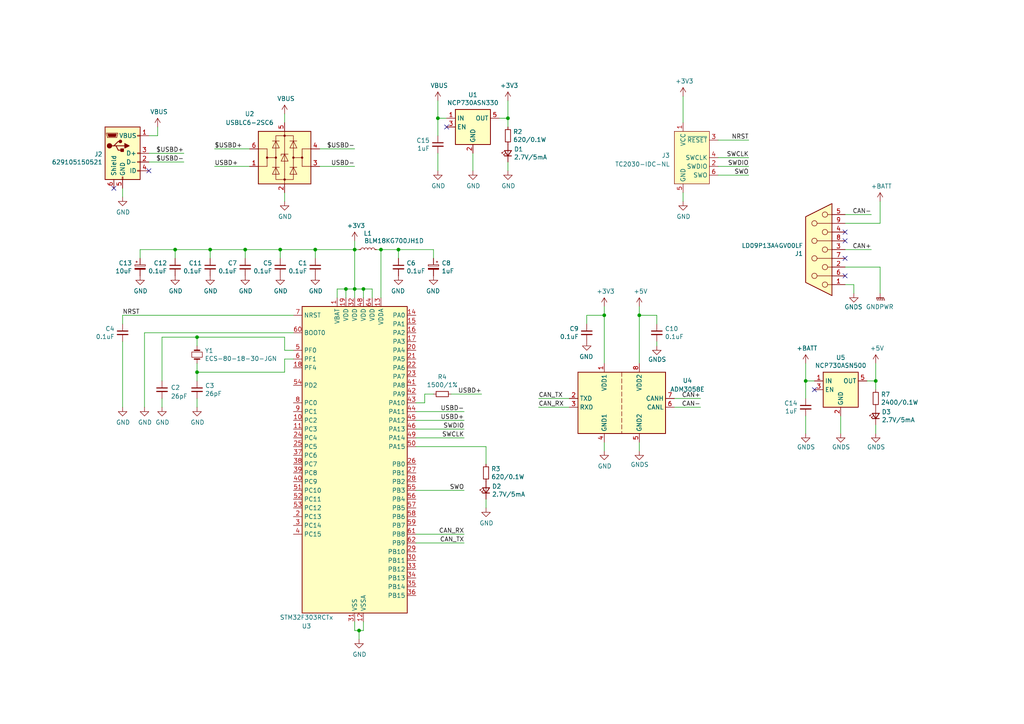
<source format=kicad_sch>
(kicad_sch (version 20230121) (generator eeschema)
  (paper "A4")
  (lib_symbols
    (symbol "Connector:Conn_ARM_SWD_TagConnect_TC2030-NL" (in_bom no)
      (property "Reference" "J" (at 2.54 11.43 0))
      (property "Value" "Conn_ARM_SWD_TagConnect_TC2030-NL" (at 2.54 8.89 0))
      (symbol "Conn_ARM_SWD_TagConnect_TC2030-NL_0_0"
        (pin power_in line (at -2.54 10.16 270) (length 2.54) (name "VCC") (number "1"))
        (pin bidirectional line (at 7.62 -2.54 180) (length 2.54) (name "SWDIO") (number "2"))
        (pin open_collector line (at 7.62 5.08 180) (length 2.54) (name "~{RESET}") (number "3"))
        (pin output line (at 7.62 0 180) (length 2.54) (name "SWCLK") (number "4"))
        (pin power_in line (at -2.54 -10.16 90) (length 2.54) (name "GND") (number "5"))
        (pin input line (at 7.62 -5.08 180) (length 2.54) (name "SWO") (number "6"))
      )
      (symbol "Conn_ARM_SWD_TagConnect_TC2030-NL_0_1"
        (rectangle (start -5.08 7.62) (end 5.08 -7.62) (fill (type background)))
      )
    )
    (symbol "Connector:DE9_Receptacle" (pin_names (offset 1.016) hide)
      (property "Reference" "J" (at 0 13.97 0))
      (property "Value" "DE9_Receptacle" (at 0 -14.605 0))
      (symbol "DE9_Receptacle_0_1"
        (circle (center -1.778 -10.16) (radius 0.762))
        (circle (center -1.778 -5.08) (radius 0.762))
        (circle (center -1.778 0) (radius 0.762))
        (circle (center -1.778 5.08) (radius 0.762))
        (circle (center -1.778 10.16) (radius 0.762))
        (polyline (pts (xy -3.81 -10.16) (xy -2.54 -10.16)))
        (polyline (pts (xy -3.81 -7.62) (xy 0.508 -7.62)))
        (polyline (pts (xy -3.81 -5.08) (xy -2.54 -5.08)))
        (polyline (pts (xy -3.81 -2.54) (xy 0.508 -2.54)))
        (polyline (pts (xy -3.81 0) (xy -2.54 0)))
        (polyline (pts (xy -3.81 2.54) (xy 0.508 2.54)))
        (polyline (pts (xy -3.81 5.08) (xy -2.54 5.08)))
        (polyline (pts (xy -3.81 7.62) (xy 0.508 7.62)))
        (polyline (pts (xy -3.81 10.16) (xy -2.54 10.16)))
        (polyline (pts (xy -3.81 13.335) (xy -3.81 -13.335) (xy 3.81 -9.525) (xy 3.81 9.525) (xy -3.81 13.335)) (stroke (width 0.254)) (fill (type background)))
        (circle (center 1.27 -7.62) (radius 0.762))
        (circle (center 1.27 -2.54) (radius 0.762))
        (circle (center 1.27 2.54) (radius 0.762))
        (circle (center 1.27 7.62) (radius 0.762))
      )
      (symbol "DE9_Receptacle_1_1"
        (pin passive line (at -7.62 10.16 0) (length 3.81) (name "1") (number "1"))
        (pin passive line (at -7.62 5.08 0) (length 3.81) (name "2") (number "2"))
        (pin passive line (at -7.62 0 0) (length 3.81) (name "3") (number "3"))
        (pin passive line (at -7.62 -5.08 0) (length 3.81) (name "4") (number "4"))
        (pin passive line (at -7.62 -10.16 0) (length 3.81) (name "5") (number "5"))
        (pin passive line (at -7.62 7.62 0) (length 3.81) (name "6") (number "6"))
        (pin passive line (at -7.62 2.54 0) (length 3.81) (name "7") (number "7"))
        (pin passive line (at -7.62 -2.54 0) (length 3.81) (name "8") (number "8"))
        (pin passive line (at -7.62 -7.62 0) (length 3.81) (name "9") (number "9"))
      )
    )
    (symbol "Connector:USB_B_Micro" (pin_names (offset 1.016))
      (property "Reference" "J" (at -5.08 11.43 0))
      (property "Value" "USB_B_Micro" (at -5.08 8.89 0))
      (symbol "USB_B_Micro_0_1"
        (rectangle (start -5.08 -7.62) (end 5.08 7.62) (stroke (width 0.254)) (fill (type background)))
        (circle (center -3.81 2.159) (radius 0.635) (stroke (width 0.254)) (fill (type outline)))
        (circle (center -0.635 3.429) (radius 0.381) (stroke (width 0.254)) (fill (type outline)))
        (rectangle (start -0.127 -7.62) (end 0.127 -6.858))
        (polyline (pts (xy -1.905 2.159) (xy 0.635 2.159)) (stroke (width 0.254)))
        (polyline (pts (xy -3.175 2.159) (xy -2.54 2.159) (xy -1.27 3.429) (xy -0.635 3.429)) (stroke (width 0.254)))
        (polyline (pts (xy -2.54 2.159) (xy -1.905 2.159) (xy -1.27 0.889) (xy 0 0.889)) (stroke (width 0.254)))
        (polyline (pts (xy 0.635 2.794) (xy 0.635 1.524) (xy 1.905 2.159) (xy 0.635 2.794)) (stroke (width 0.254)) (fill (type outline)))
        (polyline (pts (xy -4.318 5.588) (xy -1.778 5.588) (xy -2.032 4.826) (xy -4.064 4.826) (xy -4.318 5.588)) (fill (type outline)))
        (polyline (pts (xy -4.699 5.842) (xy -4.699 5.588) (xy -4.445 4.826) (xy -4.445 4.572) (xy -1.651 4.572) (xy -1.651 4.826) (xy -1.397 5.588) (xy -1.397 5.842) (xy -4.699 5.842)))
        (rectangle (start 0.254 1.27) (end -0.508 0.508) (stroke (width 0.254)) (fill (type outline)))
        (rectangle (start 5.08 -5.207) (end 4.318 -4.953))
        (rectangle (start 5.08 -2.667) (end 4.318 -2.413))
        (rectangle (start 5.08 -0.127) (end 4.318 0.127))
        (rectangle (start 5.08 4.953) (end 4.318 5.207))
      )
      (symbol "USB_B_Micro_1_1"
        (pin power_out line (at 7.62 5.08 180) (length 2.54) (name "VBUS") (number "1"))
        (pin bidirectional line (at 7.62 -2.54 180) (length 2.54) (name "D-") (number "2"))
        (pin bidirectional line (at 7.62 0 180) (length 2.54) (name "D+") (number "3"))
        (pin passive line (at 7.62 -5.08 180) (length 2.54) (name "ID") (number "4"))
        (pin power_out line (at 0 -10.16 90) (length 2.54) (name "GND") (number "5"))
        (pin passive line (at -2.54 -10.16 90) (length 2.54) (name "Shield") (number "6"))
      )
    )
    (symbol "Device:C_Polarized_Small" (pin_numbers hide) (pin_names (offset 0.254) hide)
      (property "Reference" "C" (at 0.254 1.778 0))
      (property "Value" "C_Polarized_Small" (at 0.254 -2.032 0))
      (symbol "C_Polarized_Small_0_1"
        (rectangle (start -1.524 -0.3048) (end 1.524 -0.6858) (fill (type outline)))
        (rectangle (start -1.524 0.6858) (end 1.524 0.3048))
        (polyline (pts (xy -1.27 1.524) (xy -0.762 1.524)))
        (polyline (pts (xy -1.016 1.27) (xy -1.016 1.778)))
      )
      (symbol "C_Polarized_Small_1_1"
        (pin passive line (at 0 2.54 270) (length 1.8542) (name "~") (number "1"))
        (pin passive line (at 0 -2.54 90) (length 1.8542) (name "~") (number "2"))
      )
    )
    (symbol "Device:C_Small" (pin_numbers hide) (pin_names (offset 0.254) hide)
      (property "Reference" "C" (at 0.254 1.778 0))
      (property "Value" "C_Small" (at 0.254 -2.032 0))
      (symbol "C_Small_0_1"
        (polyline (pts (xy -1.524 -0.508) (xy 1.524 -0.508)) (stroke (width 0.3302)))
        (polyline (pts (xy -1.524 0.508) (xy 1.524 0.508)) (stroke (width 0.3048)))
      )
      (symbol "C_Small_1_1"
        (pin passive line (at 0 2.54 270) (length 2.032) (name "~") (number "1"))
        (pin passive line (at 0 -2.54 90) (length 2.032) (name "~") (number "2"))
      )
    )
    (symbol "Device:Crystal_Small" (pin_numbers hide) (pin_names (offset 1.016) hide)
      (property "Reference" "Y" (at 0 2.54 0))
      (property "Value" "Crystal_Small" (at 0 -2.54 0))
      (symbol "Crystal_Small_0_1"
        (rectangle (start -0.762 -1.524) (end 0.762 1.524))
        (polyline (pts (xy -1.27 -0.762) (xy -1.27 0.762)) (stroke (width 0.381)))
        (polyline (pts (xy 1.27 -0.762) (xy 1.27 0.762)) (stroke (width 0.381)))
      )
      (symbol "Crystal_Small_1_1"
        (pin passive line (at -2.54 0 0) (length 1.27) (name "1") (number "1"))
        (pin passive line (at 2.54 0 180) (length 1.27) (name "2") (number "2"))
      )
    )
    (symbol "Device:LED_Small" (pin_numbers hide) (pin_names (offset 0.254) hide)
      (property "Reference" "D" (at -1.27 3.175 0))
      (property "Value" "LED_Small" (at -4.445 -2.54 0))
      (symbol "LED_Small_0_1"
        (polyline (pts (xy -0.762 -1.016) (xy -0.762 1.016)) (stroke (width 0.254)))
        (polyline (pts (xy 1.016 0) (xy -0.762 0)))
        (polyline (pts (xy 0.762 -1.016) (xy -0.762 0) (xy 0.762 1.016) (xy 0.762 -1.016)) (stroke (width 0.254)))
        (polyline (pts (xy 0 0.762) (xy -0.508 1.27) (xy -0.254 1.27) (xy -0.508 1.27) (xy -0.508 1.016)))
        (polyline (pts (xy 0.508 1.27) (xy 0 1.778) (xy 0.254 1.778) (xy 0 1.778) (xy 0 1.524)))
      )
      (symbol "LED_Small_1_1"
        (pin passive line (at -2.54 0 0) (length 1.778) (name "K") (number "1"))
        (pin passive line (at 2.54 0 180) (length 1.778) (name "A") (number "2"))
      )
    )
    (symbol "Device:L_Small" (pin_numbers hide) (pin_names (offset 0.254) hide)
      (property "Reference" "L" (at 0.762 1.016 0))
      (property "Value" "L_Small" (at 0.762 -1.016 0))
      (symbol "L_Small_0_1"
        (arc (start 0 -2.032) (mid 0.5058 -1.524) (end 0 -1.016))
        (arc (start 0 -1.016) (mid 0.5058 -0.508) (end 0 0))
        (arc (start 0 0) (mid 0.5058 0.508) (end 0 1.016))
        (arc (start 0 1.016) (mid 0.5058 1.524) (end 0 2.032))
      )
      (symbol "L_Small_1_1"
        (pin passive line (at 0 2.54 270) (length 0.508) (name "~") (number "1"))
        (pin passive line (at 0 -2.54 90) (length 0.508) (name "~") (number "2"))
      )
    )
    (symbol "Device:R_Small" (pin_numbers hide) (pin_names (offset 0.254) hide)
      (property "Reference" "R" (at 0.762 0.508 0))
      (property "Value" "R_Small" (at 0.762 -1.016 0))
      (symbol "R_Small_0_1"
        (rectangle (start -0.762 1.778) (end 0.762 -1.778) (stroke (width 0.2032)))
      )
      (symbol "R_Small_1_1"
        (pin passive line (at 0 2.54 270) (length 0.762) (name "~") (number "1"))
        (pin passive line (at 0 -2.54 90) (length 0.762) (name "~") (number "2"))
      )
    )
    (symbol "MCU_ST_STM32F3:STM32F303RCTx"
      (property "Reference" "U" (at -15.24 46.99 0))
      (property "Value" "STM32F303RCTx" (at 10.16 46.99 0))
      (symbol "STM32F303RCTx_0_1"
        (rectangle (start -15.24 -43.18) (end 15.24 45.72) (stroke (width 0.254)) (fill (type background)))
      )
      (symbol "STM32F303RCTx_1_1"
        (pin power_in line (at -5.08 48.26 270) (length 2.54) (name "VBAT") (number "1"))
        (pin bidirectional line (at -17.78 12.7 0) (length 2.54) (name "PC2") (number "10"))
        (pin bidirectional line (at -17.78 10.16 0) (length 2.54) (name "PC3") (number "11"))
        (pin power_in line (at 2.54 -45.72 90) (length 2.54) (name "VSSA") (number "12"))
        (pin power_in line (at 7.62 48.26 270) (length 2.54) (name "VDDA") (number "13"))
        (pin bidirectional line (at 17.78 43.18 180) (length 2.54) (name "PA0") (number "14"))
        (pin bidirectional line (at 17.78 40.64 180) (length 2.54) (name "PA1") (number "15"))
        (pin bidirectional line (at 17.78 38.1 180) (length 2.54) (name "PA2") (number "16"))
        (pin bidirectional line (at 17.78 35.56 180) (length 2.54) (name "PA3") (number "17"))
        (pin bidirectional line (at -17.78 27.94 0) (length 2.54) (name "PF4") (number "18"))
        (pin power_in line (at -2.54 48.26 270) (length 2.54) (name "VDD") (number "19"))
        (pin bidirectional line (at -17.78 -15.24 0) (length 2.54) (name "PC13") (number "2"))
        (pin bidirectional line (at 17.78 33.02 180) (length 2.54) (name "PA4") (number "20"))
        (pin bidirectional line (at 17.78 30.48 180) (length 2.54) (name "PA5") (number "21"))
        (pin bidirectional line (at 17.78 27.94 180) (length 2.54) (name "PA6") (number "22"))
        (pin bidirectional line (at 17.78 25.4 180) (length 2.54) (name "PA7") (number "23"))
        (pin bidirectional line (at -17.78 7.62 0) (length 2.54) (name "PC4") (number "24"))
        (pin bidirectional line (at -17.78 5.08 0) (length 2.54) (name "PC5") (number "25"))
        (pin bidirectional line (at 17.78 0 180) (length 2.54) (name "PB0") (number "26"))
        (pin bidirectional line (at 17.78 -2.54 180) (length 2.54) (name "PB1") (number "27"))
        (pin bidirectional line (at 17.78 -5.08 180) (length 2.54) (name "PB2") (number "28"))
        (pin bidirectional line (at 17.78 -25.4 180) (length 2.54) (name "PB10") (number "29"))
        (pin bidirectional line (at -17.78 -17.78 0) (length 2.54) (name "PC14") (number "3"))
        (pin bidirectional line (at 17.78 -27.94 180) (length 2.54) (name "PB11") (number "30"))
        (pin power_in line (at 0 -45.72 90) (length 2.54) (name "VSS") (number "31"))
        (pin power_in line (at 0 48.26 270) (length 2.54) (name "VDD") (number "32"))
        (pin bidirectional line (at 17.78 -30.48 180) (length 2.54) (name "PB12") (number "33"))
        (pin bidirectional line (at 17.78 -33.02 180) (length 2.54) (name "PB13") (number "34"))
        (pin bidirectional line (at 17.78 -35.56 180) (length 2.54) (name "PB14") (number "35"))
        (pin bidirectional line (at 17.78 -38.1 180) (length 2.54) (name "PB15") (number "36"))
        (pin bidirectional line (at -17.78 2.54 0) (length 2.54) (name "PC6") (number "37"))
        (pin bidirectional line (at -17.78 0 0) (length 2.54) (name "PC7") (number "38"))
        (pin bidirectional line (at -17.78 -2.54 0) (length 2.54) (name "PC8") (number "39"))
        (pin bidirectional line (at -17.78 -20.32 0) (length 2.54) (name "PC15") (number "4"))
        (pin bidirectional line (at -17.78 -5.08 0) (length 2.54) (name "PC9") (number "40"))
        (pin bidirectional line (at 17.78 22.86 180) (length 2.54) (name "PA8") (number "41"))
        (pin bidirectional line (at 17.78 20.32 180) (length 2.54) (name "PA9") (number "42"))
        (pin bidirectional line (at 17.78 17.78 180) (length 2.54) (name "PA10") (number "43"))
        (pin bidirectional line (at 17.78 15.24 180) (length 2.54) (name "PA11") (number "44"))
        (pin bidirectional line (at 17.78 12.7 180) (length 2.54) (name "PA12") (number "45"))
        (pin bidirectional line (at 17.78 10.16 180) (length 2.54) (name "PA13") (number "46"))
        (pin passive line (at 0 -45.72 90) (length 2.54) hide (name "VSS") (number "47"))
        (pin power_in line (at 2.54 48.26 270) (length 2.54) (name "VDD") (number "48"))
        (pin bidirectional line (at 17.78 7.62 180) (length 2.54) (name "PA14") (number "49"))
        (pin bidirectional line (at -17.78 33.02 0) (length 2.54) (name "PF0") (number "5"))
        (pin bidirectional line (at 17.78 5.08 180) (length 2.54) (name "PA15") (number "50"))
        (pin bidirectional line (at -17.78 -7.62 0) (length 2.54) (name "PC10") (number "51"))
        (pin bidirectional line (at -17.78 -10.16 0) (length 2.54) (name "PC11") (number "52"))
        (pin bidirectional line (at -17.78 -12.7 0) (length 2.54) (name "PC12") (number "53"))
        (pin bidirectional line (at -17.78 22.86 0) (length 2.54) (name "PD2") (number "54"))
        (pin bidirectional line (at 17.78 -7.62 180) (length 2.54) (name "PB3") (number "55"))
        (pin bidirectional line (at 17.78 -10.16 180) (length 2.54) (name "PB4") (number "56"))
        (pin bidirectional line (at 17.78 -12.7 180) (length 2.54) (name "PB5") (number "57"))
        (pin bidirectional line (at 17.78 -15.24 180) (length 2.54) (name "PB6") (number "58"))
        (pin bidirectional line (at 17.78 -17.78 180) (length 2.54) (name "PB7") (number "59"))
        (pin bidirectional line (at -17.78 30.48 0) (length 2.54) (name "PF1") (number "6"))
        (pin input line (at -17.78 38.1 0) (length 2.54) (name "BOOT0") (number "60"))
        (pin bidirectional line (at 17.78 -20.32 180) (length 2.54) (name "PB8") (number "61"))
        (pin bidirectional line (at 17.78 -22.86 180) (length 2.54) (name "PB9") (number "62"))
        (pin passive line (at 0 -45.72 90) (length 2.54) hide (name "VSS") (number "63"))
        (pin power_in line (at 5.08 48.26 270) (length 2.54) (name "VDD") (number "64"))
        (pin input line (at -17.78 43.18 0) (length 2.54) (name "NRST") (number "7"))
        (pin bidirectional line (at -17.78 17.78 0) (length 2.54) (name "PC0") (number "8"))
        (pin bidirectional line (at -17.78 15.24 0) (length 2.54) (name "PC1") (number "9"))
      )
    )
    (symbol "Power_Protection:USBLC6-2SC6" (pin_names hide)
      (property "Reference" "U" (at 2.54 8.89 0))
      (property "Value" "USBLC6-2SC6" (at 2.54 -8.89 0))
      (symbol "USBLC6-2SC6_0_1"
        (rectangle (start -7.62 -7.62) (end 7.62 7.62) (stroke (width 0.254)) (fill (type background)))
        (circle (center -5.08 0) (radius 0.254) (fill (type outline)))
        (circle (center -2.54 0) (radius 0.254) (fill (type outline)))
        (rectangle (start -2.54 6.35) (end 2.54 -6.35))
        (circle (center 0 -6.35) (radius 0.254) (fill (type outline)))
        (polyline (pts (xy -5.08 -2.54) (xy -7.62 -2.54)))
        (polyline (pts (xy -5.08 0) (xy -5.08 -2.54)))
        (polyline (pts (xy -5.08 2.54) (xy -7.62 2.54)))
        (polyline (pts (xy -1.524 -2.794) (xy -3.556 -2.794)))
        (polyline (pts (xy -1.524 4.826) (xy -3.556 4.826)))
        (polyline (pts (xy 0 -7.62) (xy 0 -6.35)))
        (polyline (pts (xy 0 -6.35) (xy 0 1.27)))
        (polyline (pts (xy 0 1.27) (xy 0 6.35)))
        (polyline (pts (xy 0 6.35) (xy 0 7.62)))
        (polyline (pts (xy 1.524 -2.794) (xy 3.556 -2.794)))
        (polyline (pts (xy 1.524 4.826) (xy 3.556 4.826)))
        (polyline (pts (xy 5.08 -2.54) (xy 7.62 -2.54)))
        (polyline (pts (xy 5.08 0) (xy 5.08 -2.54)))
        (polyline (pts (xy 5.08 2.54) (xy 7.62 2.54)))
        (polyline (pts (xy -2.54 0) (xy -5.08 0) (xy -5.08 2.54)))
        (polyline (pts (xy 2.54 0) (xy 5.08 0) (xy 5.08 2.54)))
        (polyline (pts (xy -3.556 -4.826) (xy -1.524 -4.826) (xy -2.54 -2.794) (xy -3.556 -4.826)))
        (polyline (pts (xy -3.556 2.794) (xy -1.524 2.794) (xy -2.54 4.826) (xy -3.556 2.794)))
        (polyline (pts (xy -1.016 -1.016) (xy 1.016 -1.016) (xy 0 1.016) (xy -1.016 -1.016)))
        (polyline (pts (xy 1.016 1.016) (xy 0.762 1.016) (xy -1.016 1.016) (xy -1.016 0.508)))
        (polyline (pts (xy 3.556 -4.826) (xy 1.524 -4.826) (xy 2.54 -2.794) (xy 3.556 -4.826)))
        (polyline (pts (xy 3.556 2.794) (xy 1.524 2.794) (xy 2.54 4.826) (xy 3.556 2.794)))
        (circle (center 0 6.35) (radius 0.254) (fill (type outline)))
        (circle (center 2.54 0) (radius 0.254) (fill (type outline)))
        (circle (center 5.08 0) (radius 0.254) (fill (type outline)))
      )
      (symbol "USBLC6-2SC6_1_1"
        (pin passive line (at -10.16 -2.54 0) (length 2.54) (name "I/O1") (number "1"))
        (pin passive line (at 0 -10.16 90) (length 2.54) (name "GND") (number "2"))
        (pin passive line (at 10.16 -2.54 180) (length 2.54) (name "I/O2") (number "3"))
        (pin passive line (at 10.16 2.54 180) (length 2.54) (name "I/O2") (number "4"))
        (pin passive line (at 0 10.16 270) (length 2.54) (name "VBUS") (number "5"))
        (pin passive line (at -10.16 2.54 0) (length 2.54) (name "I/O1") (number "6"))
      )
    )
    (symbol "Regulator_Linear:NCP718xSN500"
      (property "Reference" "U" (at -3.81 6.35 0))
      (property "Value" "NCP718xSN500" (at 6.35 6.35 0))
      (symbol "NCP718xSN500_0_1"
        (rectangle (start -5.08 -5.08) (end 5.08 5.08) (stroke (width 0.254)) (fill (type background)))
        (pin power_in line (at -7.62 2.54 0) (length 2.54) (name "IN") (number "1"))
        (pin power_in line (at 0 -7.62 90) (length 2.54) (name "GND") (number "2"))
        (pin input line (at -7.62 0 0) (length 2.54) (name "EN") (number "3"))
        (pin no_connect line (at 5.08 0 180) (length 2.54) hide (name "NC") (number "4"))
        (pin power_out line (at 7.62 2.54 180) (length 2.54) (name "OUT") (number "5"))
      )
    )
    (symbol "canceiver:ADM3058E"
      (property "Reference" "U" (at -12.7 10.16 0))
      (property "Value" "ADM3058E" (at 13.97 10.16 0))
      (symbol "ADM3058E_0_1"
        (rectangle (start -12.7 8.89) (end 12.7 -8.89) (stroke (width 0.254)) (fill (type background)))
        (polyline (pts (xy 0 -8.255) (xy 0 -8.89)))
        (polyline (pts (xy 0 -6.35) (xy 0 -7.62)))
        (polyline (pts (xy 0 -4.445) (xy 0 -5.715)))
        (polyline (pts (xy 0 -2.54) (xy 0 -3.81)))
        (polyline (pts (xy 0 -0.635) (xy 0 -1.905)))
        (polyline (pts (xy 0 1.27) (xy 0 0)))
        (polyline (pts (xy 0 3.175) (xy 0 1.905)))
        (polyline (pts (xy 0 5.08) (xy 0 3.81)))
        (polyline (pts (xy 0 6.985) (xy 0 5.715)))
        (polyline (pts (xy 0 8.89) (xy 0 7.62)))
      )
      (symbol "ADM3058E_1_1"
        (pin power_in line (at -5.08 11.43 270) (length 2.54) (name "VDD1") (number "1"))
        (pin input line (at -15.24 1.27 0) (length 2.54) (name "TXD") (number "2"))
        (pin output line (at -15.24 -1.27 0) (length 2.54) (name "RXD") (number "3"))
        (pin power_in line (at -5.08 -11.43 90) (length 2.54) (name "GND1") (number "4"))
        (pin power_in line (at 5.08 -11.43 90) (length 2.54) (name "GND2") (number "5"))
        (pin bidirectional line (at 15.24 -1.27 180) (length 2.54) (name "CANL") (number "6"))
        (pin bidirectional line (at 15.24 1.27 180) (length 2.54) (name "CANH") (number "7"))
        (pin power_in line (at 5.08 11.43 270) (length 2.54) (name "VDD2") (number "8"))
      )
    )
    (symbol "power:+3V3" (power) (pin_names (offset 0))
      (property "Value" "+3V3" (at 0 3.556 0))
      (symbol "+3V3_0_1"
        (polyline (pts (xy -0.762 1.27) (xy 0 2.54)))
        (polyline (pts (xy 0 0) (xy 0 2.54)))
        (polyline (pts (xy 0 2.54) (xy 0.762 1.27)))
      )
      (symbol "+3V3_1_1"
        (pin power_in line (at 0 0 90) (length 0) hide (name "+3V3") (number "1"))
      )
    )
    (symbol "power:+5V" (power) (pin_names (offset 0))
      (property "Value" "+5V" (at 0 3.556 0))
      (symbol "+5V_0_1"
        (polyline (pts (xy -0.762 1.27) (xy 0 2.54)))
        (polyline (pts (xy 0 0) (xy 0 2.54)))
        (polyline (pts (xy 0 2.54) (xy 0.762 1.27)))
      )
      (symbol "+5V_1_1"
        (pin power_in line (at 0 0 90) (length 0) hide (name "+5V") (number "1"))
      )
    )
    (symbol "power:+BATT" (power) (pin_names (offset 0))
      (property "Value" "+BATT" (at 0 3.556 0))
      (symbol "+BATT_0_1"
        (polyline (pts (xy -0.762 1.27) (xy 0 2.54)))
        (polyline (pts (xy 0 0) (xy 0 2.54)))
        (polyline (pts (xy 0 2.54) (xy 0.762 1.27)))
      )
      (symbol "+BATT_1_1"
        (pin power_in line (at 0 0 90) (length 0) hide (name "+BATT") (number "1"))
      )
    )
    (symbol "power:GND" (power) (pin_names (offset 0))
      (property "Value" "GND" (at 0 -3.81 0))
      (symbol "GND_0_1"
        (polyline (pts (xy 0 0) (xy 0 -1.27) (xy 1.27 -1.27) (xy 0 -2.54) (xy -1.27 -1.27) (xy 0 -1.27)))
      )
      (symbol "GND_1_1"
        (pin power_in line (at 0 0 270) (length 0) hide (name "GND") (number "1"))
      )
    )
    (symbol "power:GNDPWR" (power) (pin_names (offset 0))
      (property "Value" "GNDPWR" (at 0 -3.302 0))
      (symbol "GNDPWR_0_1"
        (polyline (pts (xy 0 -1.27) (xy 0 0)))
        (polyline (pts (xy -1.016 -1.27) (xy -1.27 -2.032) (xy -1.27 -2.032)) (stroke (width 0.2032)))
        (polyline (pts (xy -0.508 -1.27) (xy -0.762 -2.032) (xy -0.762 -2.032)) (stroke (width 0.2032)))
        (polyline (pts (xy 0 -1.27) (xy -0.254 -2.032) (xy -0.254 -2.032)) (stroke (width 0.2032)))
        (polyline (pts (xy 0.508 -1.27) (xy 0.254 -2.032) (xy 0.254 -2.032)) (stroke (width 0.2032)))
        (polyline (pts (xy 1.016 -1.27) (xy -1.016 -1.27) (xy -1.016 -1.27)) (stroke (width 0.2032)))
        (polyline (pts (xy 1.016 -1.27) (xy 0.762 -2.032) (xy 0.762 -2.032) (xy 0.762 -2.032)) (stroke (width 0.2032)))
      )
      (symbol "GNDPWR_1_1"
        (pin power_in line (at 0 0 270) (length 0) hide (name "GNDPWR") (number "1"))
      )
    )
    (symbol "power:GNDS" (power) (pin_names (offset 0))
      (property "Value" "GNDS" (at 0 -3.81 0))
      (symbol "GNDS_0_1"
        (polyline (pts (xy 0 0) (xy 0 -1.27) (xy 1.27 -1.27) (xy 0 -2.54) (xy -1.27 -1.27) (xy 0 -1.27)))
      )
      (symbol "GNDS_1_1"
        (pin power_in line (at 0 0 270) (length 0) hide (name "GNDS") (number "1"))
      )
    )
    (symbol "power:VBUS" (power) (pin_names (offset 0))
      (property "Value" "VBUS" (at 0 3.81 0))
      (symbol "VBUS_0_1"
        (polyline (pts (xy -0.762 1.27) (xy 0 2.54)))
        (polyline (pts (xy 0 0) (xy 0 2.54)))
        (polyline (pts (xy 0 2.54) (xy 0.762 1.27)))
      )
      (symbol "VBUS_1_1"
        (pin power_in line (at 0 0 90) (length 0) hide (name "VBUS") (number "1"))
      )
    )
  )
  (junction (at 105.41 83.82))
  (junction (at 147.32 34.29))
  (junction (at 57.15 97.79))
  (junction (at 50.8 72.39))
  (junction (at 60.96 72.39))
  (junction (at 102.87 72.39))
  (junction (at 233.68 110.49))
  (junction (at 91.44 72.39))
  (junction (at 175.26 91.44))
  (junction (at 102.87 83.82))
  (junction (at 71.12 72.39))
  (junction (at 104.14 182.88))
  (junction (at 81.28 72.39))
  (junction (at 115.57 72.39))
  (junction (at 127 34.29))
  (junction (at 57.15 107.95))
  (junction (at 100.33 83.82))
  (junction (at 185.42 91.44))
  (junction (at 254 110.49))
  (junction (at 110.49 72.39))
  (no_connect (at 245.11 69.85))
  (no_connect (at 245.11 67.31))
  (no_connect (at 129.54 36.83))
  (no_connect (at 33.02 54.61))
  (no_connect (at 236.22 113.03))
  (no_connect (at 245.11 74.93))
  (no_connect (at 245.11 80.01))
  (no_connect (at 43.18 49.53))
  (wire (pts (xy 53.34 44.45) (xy 43.18 44.45)))
  (wire (pts (xy 175.26 91.44) (xy 175.26 105.41)))
  (wire (pts (xy 85.09 104.14) (xy 82.55 104.14)))
  (wire (pts (xy 40.64 72.39) (xy 40.64 74.93)))
  (wire (pts (xy 120.65 116.84) (xy 123.19 116.84)))
  (wire (pts (xy 85.09 101.6) (xy 82.55 101.6)))
  (wire (pts (xy 120.65 129.54) (xy 140.97 129.54)))
  (wire (pts (xy 53.34 46.99) (xy 43.18 46.99)))
  (wire (pts (xy 41.91 96.52) (xy 85.09 96.52)))
  (wire (pts (xy 233.68 120.65) (xy 233.68 125.73)))
  (wire (pts (xy 57.15 100.33) (xy 57.15 97.79)))
  (wire (pts (xy 247.65 82.55) (xy 245.11 82.55)))
  (wire (pts (xy 91.44 72.39) (xy 102.87 72.39)))
  (wire (pts (xy 127 29.21) (xy 127 34.29)))
  (wire (pts (xy 134.62 121.92) (xy 120.65 121.92)))
  (wire (pts (xy 57.15 107.95) (xy 57.15 110.49)))
  (wire (pts (xy 144.78 34.29) (xy 147.32 34.29)))
  (wire (pts (xy 217.17 50.8) (xy 208.28 50.8)))
  (wire (pts (xy 120.65 142.24) (xy 134.62 142.24)))
  (wire (pts (xy 127 34.29) (xy 129.54 34.29)))
  (wire (pts (xy 175.26 130.81) (xy 175.26 128.27)))
  (wire (pts (xy 120.65 127) (xy 134.62 127)))
  (wire (pts (xy 245.11 77.47) (xy 255.27 77.47)))
  (wire (pts (xy 125.73 72.39) (xy 125.73 74.93)))
  (wire (pts (xy 100.33 83.82) (xy 102.87 83.82)))
  (wire (pts (xy 102.87 83.82) (xy 105.41 83.82)))
  (wire (pts (xy 156.21 118.11) (xy 165.1 118.11)))
  (wire (pts (xy 82.55 58.42) (xy 82.55 55.88)))
  (wire (pts (xy 102.87 48.26) (xy 92.71 48.26)))
  (wire (pts (xy 60.96 72.39) (xy 71.12 72.39)))
  (wire (pts (xy 140.97 129.54) (xy 140.97 134.62)))
  (wire (pts (xy 62.23 48.26) (xy 72.39 48.26)))
  (wire (pts (xy 35.56 57.15) (xy 35.56 54.61)))
  (wire (pts (xy 233.68 115.57) (xy 233.68 110.49)))
  (wire (pts (xy 102.87 72.39) (xy 104.14 72.39)))
  (wire (pts (xy 190.5 93.98) (xy 190.5 91.44)))
  (wire (pts (xy 139.7 114.3) (xy 130.81 114.3)))
  (wire (pts (xy 198.12 58.42) (xy 198.12 55.88)))
  (wire (pts (xy 255.27 58.42) (xy 255.27 64.77)))
  (wire (pts (xy 71.12 72.39) (xy 81.28 72.39)))
  (wire (pts (xy 102.87 182.88) (xy 104.14 182.88)))
  (wire (pts (xy 91.44 72.39) (xy 91.44 74.93)))
  (wire (pts (xy 50.8 72.39) (xy 60.96 72.39)))
  (wire (pts (xy 185.42 128.27) (xy 185.42 130.81)))
  (wire (pts (xy 252.73 62.23) (xy 245.11 62.23)))
  (wire (pts (xy 110.49 72.39) (xy 110.49 86.36)))
  (wire (pts (xy 100.33 83.82) (xy 100.33 86.36)))
  (wire (pts (xy 57.15 107.95) (xy 82.55 107.95)))
  (wire (pts (xy 252.73 72.39) (xy 245.11 72.39)))
  (wire (pts (xy 233.68 105.41) (xy 233.68 110.49)))
  (wire (pts (xy 71.12 72.39) (xy 71.12 74.93)))
  (wire (pts (xy 140.97 147.32) (xy 140.97 144.78)))
  (wire (pts (xy 125.73 72.39) (xy 115.57 72.39)))
  (wire (pts (xy 35.56 91.44) (xy 85.09 91.44)))
  (wire (pts (xy 137.16 44.45) (xy 137.16 49.53)))
  (wire (pts (xy 91.44 72.39) (xy 81.28 72.39)))
  (wire (pts (xy 198.12 27.94) (xy 198.12 35.56)))
  (wire (pts (xy 46.99 118.11) (xy 46.99 115.57)))
  (wire (pts (xy 57.15 97.79) (xy 82.55 97.79)))
  (wire (pts (xy 254 113.03) (xy 254 110.49)))
  (wire (pts (xy 217.17 48.26) (xy 208.28 48.26)))
  (wire (pts (xy 105.41 83.82) (xy 105.41 86.36)))
  (wire (pts (xy 110.49 72.39) (xy 115.57 72.39)))
  (wire (pts (xy 105.41 180.34) (xy 105.41 182.88)))
  (wire (pts (xy 120.65 124.46) (xy 134.62 124.46)))
  (wire (pts (xy 217.17 45.72) (xy 208.28 45.72)))
  (wire (pts (xy 120.65 154.94) (xy 134.62 154.94)))
  (wire (pts (xy 156.21 115.57) (xy 165.1 115.57)))
  (wire (pts (xy 123.19 114.3) (xy 125.73 114.3)))
  (wire (pts (xy 107.95 83.82) (xy 107.95 86.36)))
  (wire (pts (xy 123.19 116.84) (xy 123.19 114.3)))
  (wire (pts (xy 82.55 33.02) (xy 82.55 35.56)))
  (wire (pts (xy 127 39.37) (xy 127 34.29)))
  (wire (pts (xy 97.79 83.82) (xy 97.79 86.36)))
  (wire (pts (xy 104.14 185.42) (xy 104.14 182.88)))
  (wire (pts (xy 170.18 93.98) (xy 170.18 91.44)))
  (wire (pts (xy 255.27 85.09) (xy 255.27 77.47)))
  (wire (pts (xy 57.15 105.41) (xy 57.15 107.95)))
  (wire (pts (xy 115.57 72.39) (xy 115.57 74.93)))
  (wire (pts (xy 170.18 91.44) (xy 175.26 91.44)))
  (wire (pts (xy 97.79 83.82) (xy 100.33 83.82)))
  (wire (pts (xy 82.55 101.6) (xy 82.55 97.79)))
  (wire (pts (xy 57.15 118.11) (xy 57.15 115.57)))
  (wire (pts (xy 104.14 182.88) (xy 105.41 182.88)))
  (wire (pts (xy 62.23 43.18) (xy 72.39 43.18)))
  (wire (pts (xy 60.96 72.39) (xy 60.96 74.93)))
  (wire (pts (xy 102.87 182.88) (xy 102.87 180.34)))
  (wire (pts (xy 40.64 72.39) (xy 50.8 72.39)))
  (wire (pts (xy 105.41 83.82) (xy 107.95 83.82)))
  (wire (pts (xy 185.42 91.44) (xy 185.42 105.41)))
  (wire (pts (xy 102.87 86.36) (xy 102.87 83.82)))
  (wire (pts (xy 120.65 157.48) (xy 134.62 157.48)))
  (wire (pts (xy 185.42 88.9) (xy 185.42 91.44)))
  (wire (pts (xy 217.17 40.64) (xy 208.28 40.64)))
  (wire (pts (xy 45.72 36.83) (xy 45.72 39.37)))
  (wire (pts (xy 195.58 118.11) (xy 203.2 118.11)))
  (wire (pts (xy 57.15 97.79) (xy 46.99 97.79)))
  (wire (pts (xy 147.32 29.21) (xy 147.32 34.29)))
  (wire (pts (xy 120.65 119.38) (xy 134.62 119.38)))
  (wire (pts (xy 109.22 72.39) (xy 110.49 72.39)))
  (wire (pts (xy 195.58 115.57) (xy 203.2 115.57)))
  (wire (pts (xy 35.56 99.06) (xy 35.56 118.11)))
  (wire (pts (xy 243.84 120.65) (xy 243.84 125.73)))
  (wire (pts (xy 147.32 49.53) (xy 147.32 46.99)))
  (wire (pts (xy 82.55 104.14) (xy 82.55 107.95)))
  (wire (pts (xy 254 125.73) (xy 254 123.19)))
  (wire (pts (xy 102.87 43.18) (xy 92.71 43.18)))
  (wire (pts (xy 46.99 97.79) (xy 46.99 110.49)))
  (wire (pts (xy 35.56 91.44) (xy 35.56 93.98)))
  (wire (pts (xy 251.46 110.49) (xy 254 110.49)))
  (wire (pts (xy 127 44.45) (xy 127 49.53)))
  (wire (pts (xy 102.87 72.39) (xy 102.87 69.85)))
  (wire (pts (xy 41.91 96.52) (xy 41.91 118.11)))
  (wire (pts (xy 45.72 39.37) (xy 43.18 39.37)))
  (wire (pts (xy 190.5 99.06) (xy 190.5 100.33)))
  (wire (pts (xy 233.68 110.49) (xy 236.22 110.49)))
  (wire (pts (xy 254 105.41) (xy 254 110.49)))
  (wire (pts (xy 147.32 36.83) (xy 147.32 34.29)))
  (wire (pts (xy 50.8 72.39) (xy 50.8 74.93)))
  (wire (pts (xy 81.28 72.39) (xy 81.28 74.93)))
  (wire (pts (xy 102.87 83.82) (xy 102.87 72.39)))
  (wire (pts (xy 175.26 88.9) (xy 175.26 91.44)))
  (wire (pts (xy 190.5 91.44) (xy 185.42 91.44)))
  (wire (pts (xy 245.11 64.77) (xy 255.27 64.77)))
  (wire (pts (xy 247.65 85.09) (xy 247.65 82.55)))
  (label "SWO" (at 217.17 50.8 180))
  (label "CAN_RX" (at 134.62 154.94 180))
  (label "CAN-" (at 252.73 62.23 180))
  (label "SWO" (at 134.62 142.24 180))
  (label "$USBD-" (at 53.34 46.99 180))
  (label "$USBD+" (at 62.23 43.18 0))
  (label "CAN_RX" (at 156.21 118.11 0))
  (label "CAN+" (at 252.73 72.39 180))
  (label "$USBD-" (at 102.87 43.18 180))
  (label "USBD-" (at 134.62 119.38 180))
  (label "CAN_TX" (at 156.21 115.57 0))
  (label "SWDIO" (at 134.62 124.46 180))
  (label "USBD+" (at 134.62 121.92 180))
  (label "NRST" (at 35.56 91.44 0))
  (label "USBD+" (at 139.7 114.3 180))
  (label "CAN_TX" (at 134.62 157.48 180))
  (label "$USBD+" (at 53.34 44.45 180))
  (label "CAN+" (at 203.2 115.57 180))
  (label "CAN-" (at 203.2 118.11 180))
  (label "SWCLK" (at 134.62 127 180))
  (label "NRST" (at 217.17 40.64 180))
  (label "USBD+" (at 62.23 48.26 0))
  (label "SWDIO" (at 217.17 48.26 180))
  (label "USBD-" (at 102.87 48.26 180))
  (label "SWCLK" (at 217.17 45.72 180))
  (symbol (lib_id "Connector:USB_B_Micro") (at 35.56 44.45 0) (unit 1)
    (property "Reference" "J2" (at 29.7434 44.7294 0) (effects (justify right)))
    (property "Value" "629105150521" (at 29.7434 47.0408 0) (effects (justify right)))
    (property "Footprint" "Connector_USB:USB_Micro-B_Wuerth_629105150521" (effects hide))
    (property "Datasheet" " ~" (effects hide))
  )
  (symbol (lib_id "power:GND") (at 35.56 57.15 0) (unit 1)
    (property "Reference" "#PWR0112" (effects hide))
    (property "Value" "GND" (at 35.687 61.5442 0))
  )
  (symbol (lib_id "Device:C_Small") (at 91.44 77.47 0) (unit 1)
    (property "Reference" "C1" (at 89.1286 76.3016 0) (effects (justify right)))
    (property "Value" "0.1uF" (at 89.1286 78.613 0) (effects (justify right)))
    (property "Footprint" "Capacitor_SMD:C_0603_1608Metric" (effects hide))
  )
  (symbol (lib_id "power:GND") (at 91.44 80.01 0) (unit 1)
    (property "Reference" "#PWR0106" (effects hide))
    (property "Value" "GND" (at 91.567 84.4042 0))
  )
  (symbol (lib_id "Device:C_Small") (at 115.57 77.47 0) (mirror y) (unit 1)
    (property "Reference" "C6" (at 117.8814 76.3016 0) (effects (justify right)))
    (property "Value" "0.1uF" (at 117.8814 78.613 0) (effects (justify right)))
    (property "Footprint" "Capacitor_SMD:C_0603_1608Metric" (effects hide))
  )
  (symbol (lib_id "power:GND") (at 115.57 80.01 0) (mirror y) (unit 1)
    (property "Reference" "#PWR0107" (effects hide))
    (property "Value" "GND" (at 115.443 84.4042 0))
  )
  (symbol (lib_id "Device:C_Polarized_Small") (at 125.73 77.47 0) (mirror y) (unit 1)
    (property "Reference" "C8" (at 128.0668 76.3016 0) (effects (justify right)))
    (property "Value" "1uF" (at 128.0668 78.613 0) (effects (justify right)))
    (property "Footprint" "Capacitor_Tantalum_SMD:CP_EIA-3216-18_Kemet-A" (effects hide))
  )
  (symbol (lib_id "power:GND") (at 125.73 80.01 0) (mirror y) (unit 1)
    (property "Reference" "#PWR0108" (effects hide))
    (property "Value" "GND" (at 125.603 84.4042 0))
  )
  (symbol (lib_id "Device:C_Small") (at 81.28 77.47 0) (unit 1)
    (property "Reference" "C5" (at 78.9686 76.3016 0) (effects (justify right)))
    (property "Value" "0.1uF" (at 78.9686 78.613 0) (effects (justify right)))
    (property "Footprint" "Capacitor_SMD:C_0603_1608Metric" (effects hide))
  )
  (symbol (lib_id "power:GND") (at 81.28 80.01 0) (unit 1)
    (property "Reference" "#PWR0109" (effects hide))
    (property "Value" "GND" (at 81.407 84.4042 0))
  )
  (symbol (lib_id "Device:C_Small") (at 71.12 77.47 0) (unit 1)
    (property "Reference" "C7" (at 68.7832 76.3016 0) (effects (justify right)))
    (property "Value" "0.1uF" (at 68.7832 78.613 0) (effects (justify right)))
    (property "Footprint" "Capacitor_SMD:C_0603_1608Metric" (effects hide))
  )
  (symbol (lib_id "power:GND") (at 71.12 80.01 0) (unit 1)
    (property "Reference" "#PWR0110" (effects hide))
    (property "Value" "GND" (at 71.247 84.4042 0))
  )
  (symbol (lib_id "Device:C_Small") (at 60.96 77.47 0) (unit 1)
    (property "Reference" "C11" (at 58.6232 76.3016 0) (effects (justify right)))
    (property "Value" "0.1uF" (at 58.6232 78.613 0) (effects (justify right)))
    (property "Footprint" "Capacitor_SMD:C_0603_1608Metric" (effects hide))
  )
  (symbol (lib_id "power:GND") (at 60.96 80.01 0) (unit 1)
    (property "Reference" "#PWR0111" (effects hide))
    (property "Value" "GND" (at 61.087 84.4042 0))
  )
  (symbol (lib_id "Device:C_Small") (at 50.8 77.47 0) (unit 1)
    (property "Reference" "C12" (at 48.4632 76.3016 0) (effects (justify right)))
    (property "Value" "0.1uF" (at 48.4632 78.613 0) (effects (justify right)))
    (property "Footprint" "Capacitor_SMD:C_0603_1608Metric" (effects hide))
  )
  (symbol (lib_id "power:GND") (at 50.8 80.01 0) (unit 1)
    (property "Reference" "#PWR0113" (effects hide))
    (property "Value" "GND" (at 50.927 84.4042 0))
  )
  (symbol (lib_id "Device:C_Polarized_Small") (at 40.64 77.47 0) (unit 1)
    (property "Reference" "C13" (at 38.3032 76.3016 0) (effects (justify right)))
    (property "Value" "10uF" (at 38.3032 78.613 0) (effects (justify right)))
    (property "Footprint" "Capacitor_Tantalum_SMD:CP_EIA-3216-18_Kemet-A" (effects hide))
  )
  (symbol (lib_id "power:GND") (at 40.64 80.01 0) (unit 1)
    (property "Reference" "#PWR0114" (effects hide))
    (property "Value" "GND" (at 40.767 84.4042 0))
  )
  (symbol (lib_id "Device:L_Small") (at 106.68 72.39 90) (unit 1)
    (property "Reference" "L1" (at 106.68 67.691 90))
    (property "Value" "BLM18KG700JH1D" (at 114.3 69.85 90))
    (property "Footprint" "Inductor_SMD:L_0603_1608Metric" (effects hide))
  )
  (symbol (lib_id "power:GND") (at 104.14 185.42 0) (unit 1)
    (property "Reference" "#PWR0117" (effects hide))
    (property "Value" "GND" (at 104.267 189.8142 0))
  )
  (symbol (lib_id "power:GND") (at 41.91 118.11 0) (unit 1)
    (property "Reference" "#PWR0119" (effects hide))
    (property "Value" "GND" (at 42.037 122.5042 0))
  )
  (symbol (lib_id "Device:Crystal_Small") (at 57.15 102.87 270) (unit 1)
    (property "Reference" "Y1" (at 59.3852 101.7016 90) (effects (justify left)))
    (property "Value" "ECS-80-18-30-JGN" (at 59.3852 104.013 90) (effects (justify left)))
    (property "Footprint" "Crystal:Crystal_SMD_5032-2Pin_5.0x3.2mm" (effects hide))
  )
  (symbol (lib_id "Device:C_Small") (at 57.15 113.03 0) (unit 1)
    (property "Reference" "C3" (at 59.4868 111.8616 0) (effects (justify left)))
    (property "Value" "26pF" (at 59.4868 114.173 0) (effects (justify left)))
    (property "Footprint" "Capacitor_SMD:C_0603_1608Metric" (effects hide))
  )
  (symbol (lib_id "power:GND") (at 57.15 118.11 0) (unit 1)
    (property "Reference" "#PWR0120" (effects hide))
    (property "Value" "GND" (at 57.277 122.5042 0))
  )
  (symbol (lib_id "power:GNDS") (at 233.68 125.73 0) (unit 1)
    (property "Reference" "#PWR0101" (effects hide))
    (property "Value" "GNDD" (at 233.7816 129.667 0))
  )
  (symbol (lib_id "power:GNDS") (at 243.84 125.73 0) (unit 1)
    (property "Reference" "#PWR0126" (effects hide))
    (property "Value" "GNDD" (at 243.9416 129.667 0))
  )
  (symbol (lib_id "power:GNDS") (at 254 125.73 0) (unit 1)
    (property "Reference" "#PWR0127" (effects hide))
    (property "Value" "GNDD" (at 254.1016 129.667 0))
  )
  (symbol (lib_id "power:GNDS") (at 185.42 130.81 0) (unit 1)
    (property "Reference" "#PWR0128" (effects hide))
    (property "Value" "GNDD" (at 185.5216 134.747 0))
  )
  (symbol (lib_id "power:GNDS") (at 190.5 100.33 0) (unit 1)
    (property "Reference" "#PWR0134" (effects hide))
    (property "Value" "GNDD" (at 190.6016 104.267 0))
  )
  (symbol (lib_id "Device:C_Small") (at 46.99 113.03 0) (unit 1)
    (property "Reference" "C2" (at 49.53 112.4013 0) (effects (justify left)))
    (property "Value" "26pF" (at 49.53 114.9413 0) (effects (justify left)))
    (property "Footprint" "Capacitor_SMD:C_0603_1608Metric" (effects hide))
  )
  (symbol (lib_id "power:GND") (at 46.99 118.11 0) (unit 1)
    (property "Reference" "#PWR0121" (effects hide))
    (property "Value" "GND" (at 47.117 122.5042 0))
  )
  (symbol (lib_id "Connector:DE9_Receptacle") (at 237.49 72.39 180) (unit 1)
    (property "Reference" "J1" (at 232.918 73.5584 0) (effects (justify left)))
    (property "Value" "LD09P13A4GV00LF" (at 232.918 71.247 0) (effects (justify left)))
    (property "Footprint" "Connector_Dsub:DSUB-9_Female_Horizontal_P2.77x2.84mm_EdgePinOffset9.90mm_Housed_MountingHolesOffset11.32mm" (effects hide))
    (property "Datasheet" " ~" (effects hide))
  )
  (symbol (lib_id "power:GNDPWR") (at 255.27 85.09 0) (mirror y) (unit 1)
    (property "Reference" "#PWR0102" (effects hide))
    (property "Value" "GNDPWR" (at 255.1684 89.0016 0))
  )
  (symbol (lib_id "Device:R_Small") (at 128.27 114.3 270) (unit 1)
    (property "Reference" "R4" (at 128.27 109.3216 90))
    (property "Value" "1500/1%" (at 128.27 111.633 90))
    (property "Footprint" "Resistor_SMD:R_0603_1608Metric" (effects hide))
  )
  (symbol (lib_id "power:GNDS") (at 247.65 85.09 0) (mirror y) (unit 1)
    (property "Reference" "#PWR0103" (effects hide))
    (property "Value" "GNDD" (at 247.5484 89.027 0))
  )
  (symbol (lib_id "Connector:Conn_ARM_SWD_TagConnect_TC2030-NL") (at 200.66 45.72 0) (unit 1)
    (property "Reference" "J3" (at 194.31 45.085 0) (effects (justify right)))
    (property "Value" "TC2030-IDC-NL" (at 194.31 47.625 0) (effects (justify right)))
    (property "Footprint" "Connector:Tag-Connect_TC2030-IDC-NL_2x03_P1.27mm_Vertical" (effects hide))
    (property "Datasheet" "https://www.tag-connect.com/wp-content/uploads/bsk-pdf-manager/TC2030-CTX_1.pdf" (effects hide))
  )
  (symbol (lib_id "Device:C_Small") (at 35.56 96.52 0) (unit 1)
    (property "Reference" "C4" (at 33.2486 95.3516 0) (effects (justify right)))
    (property "Value" "0.1uF" (at 33.2486 97.663 0) (effects (justify right)))
    (property "Footprint" "Capacitor_SMD:C_0603_1608Metric" (effects hide))
  )
  (symbol (lib_id "power:GND") (at 35.56 118.11 0) (unit 1)
    (property "Reference" "#PWR0122" (effects hide))
    (property "Value" "GND" (at 35.687 122.5042 0))
  )
  (symbol (lib_id "Power_Protection:USBLC6-2SC6") (at 82.55 45.72 0) (unit 1)
    (property "Reference" "U2" (at 72.39 33.02 0))
    (property "Value" "USBLC6-2SC6" (at 72.39 35.56 0))
    (property "Footprint" "Package_TO_SOT_SMD:SOT-23-6" (effects hide))
    (property "Datasheet" "http://www2.st.com/resource/en/datasheet/CD00050750.pdf" (effects hide))
  )
  (symbol (lib_id "power:GND") (at 198.12 58.42 0) (unit 1)
    (property "Reference" "#PWR0105" (effects hide))
    (property "Value" "GND" (at 198.247 62.8142 0))
  )
  (symbol (lib_id "power:+3V3") (at 198.12 27.94 0) (unit 1)
    (property "Reference" "#PWR0115" (effects hide))
    (property "Value" "+3V3" (at 198.501 23.5458 0))
  )
  (symbol (lib_id "Device:C_Small") (at 190.5 96.52 0) (unit 1)
    (property "Reference" "C10" (at 192.8368 95.3516 0) (effects (justify left)))
    (property "Value" "0.1uF" (at 192.8368 97.663 0) (effects (justify left)))
    (property "Footprint" "Capacitor_SMD:C_0603_1608Metric" (effects hide))
  )
  (symbol (lib_id "canceiver:ADM3058E") (at 180.34 116.84 0) (unit 1)
    (property "Reference" "U4" (at 199.39 110.3883 0))
    (property "Value" "ADM3058E" (at 199.39 112.9283 0))
    (property "Footprint" "Package_SO:SOIC-8_7.5x5.85mm_P1.27mm" (effects hide))
    (property "Datasheet" "https://www.analog.com/media/en/technical-documentation/data-sheets/adm3058e.pdf" (effects hide))
  )
  (symbol (lib_id "power:GND") (at 82.55 58.42 0) (unit 1)
    (property "Reference" "#PWR0141" (effects hide))
    (property "Value" "GND" (at 82.677 62.8142 0))
  )
  (symbol (lib_id "power:VBUS") (at 82.55 33.02 0) (unit 1)
    (property "Reference" "#PWR0142" (effects hide))
    (property "Value" "VBUS" (at 82.931 28.6258 0))
  )
  (symbol (lib_id "Device:C_Small") (at 170.18 96.52 0) (mirror y) (unit 1)
    (property "Reference" "C9" (at 167.8686 95.3516 0) (effects (justify left)))
    (property "Value" "0.1uF" (at 167.8686 97.663 0) (effects (justify left)))
    (property "Footprint" "Capacitor_SMD:C_0603_1608Metric" (effects hide))
  )
  (symbol (lib_id "power:GND") (at 170.18 99.06 0) (mirror y) (unit 1)
    (property "Reference" "#PWR0129" (effects hide))
    (property "Value" "GND" (at 170.053 103.4542 0))
  )
  (symbol (lib_id "power:GND") (at 175.26 130.81 0) (unit 1)
    (property "Reference" "#PWR0131" (effects hide))
    (property "Value" "GND" (at 175.387 135.2042 0))
  )
  (symbol (lib_id "Regulator_Linear:NCP718xSN500") (at 243.84 113.03 0) (unit 1)
    (property "Reference" "U5" (at 243.84 103.7082 0))
    (property "Value" "NCP730ASN500" (at 243.84 106.0196 0))
    (property "Footprint" "Package_TO_SOT_SMD:SOT-23-5" (effects hide))
    (property "Datasheet" "https://www.onsemi.com/pub/Collateral/NCP718-D.PDF" (effects hide))
  )
  (symbol (lib_id "power:+BATT") (at 233.68 105.41 0) (unit 1)
    (property "Reference" "#PWR0133" (effects hide))
    (property "Value" "+BATT" (at 234.061 101.0158 0))
  )
  (symbol (lib_id "MCU_ST_STM32F3:STM32F303RCTx") (at 102.87 134.62 0) (unit 1)
    (property "Reference" "U3" (at 88.9 181.61 0))
    (property "Value" "STM32F303RCTx" (at 88.9 179.07 0))
    (property "Footprint" "Package_QFP:LQFP-64_10x10mm_P0.5mm" (effects hide))
    (property "Datasheet" "http://www.st.com/st-web-ui/static/active/en/resource/technical/document/datasheet/DM00058181.pdf" (effects hide))
  )
  (symbol (lib_id "power:+BATT") (at 255.27 58.42 0) (unit 1)
    (property "Reference" "#PWR0104" (effects hide))
    (property "Value" "+BATT" (at 255.651 54.0258 0))
  )
  (symbol (lib_id "Regulator_Linear:NCP718xSN500") (at 137.16 36.83 0) (unit 1)
    (property "Reference" "U1" (at 137.16 27.5082 0))
    (property "Value" "NCP730ASN330" (at 137.16 29.8196 0))
    (property "Footprint" "Package_TO_SOT_SMD:SOT-23-5" (effects hide))
    (property "Datasheet" "https://www.onsemi.com/pub/Collateral/NCP718-D.PDF" (effects hide))
  )
  (symbol (lib_id "Device:LED_Small") (at 147.32 44.45 90) (unit 1)
    (property "Reference" "D1" (at 149.0472 43.2816 90) (effects (justify right)))
    (property "Value" "2.7V/5mA" (at 149.0472 45.593 90) (effects (justify right)))
    (property "Footprint" "LED_SMD:LED_0603_1608Metric" (effects hide))
  )
  (symbol (lib_id "Device:R_Small") (at 147.32 39.37 0) (unit 1)
    (property "Reference" "R2" (at 148.8186 38.2016 0) (effects (justify left)))
    (property "Value" "620/0.1W" (at 148.8186 40.513 0) (effects (justify left)))
    (property "Footprint" "Resistor_SMD:R_0603_1608Metric" (effects hide))
  )
  (symbol (lib_id "power:+3V3") (at 102.87 69.85 0) (unit 1)
    (property "Reference" "#PWR0116" (effects hide))
    (property "Value" "+3V3" (at 103.251 65.4558 0))
  )
  (symbol (lib_id "power:+3V3") (at 147.32 29.21 0) (unit 1)
    (property "Reference" "#PWR0130" (effects hide))
    (property "Value" "+3V3" (at 147.701 24.8158 0))
  )
  (symbol (lib_id "power:GND") (at 147.32 49.53 0) (unit 1)
    (property "Reference" "#PWR0135" (effects hide))
    (property "Value" "GND" (at 147.447 53.9242 0))
  )
  (symbol (lib_id "power:GND") (at 137.16 49.53 0) (unit 1)
    (property "Reference" "#PWR0136" (effects hide))
    (property "Value" "GND" (at 137.287 53.9242 0))
  )
  (symbol (lib_id "Device:LED_Small") (at 254 120.65 90) (unit 1)
    (property "Reference" "D3" (at 255.7272 119.4816 90) (effects (justify right)))
    (property "Value" "2.7V/5mA" (at 255.7272 121.793 90) (effects (justify right)))
    (property "Footprint" "LED_SMD:LED_0603_1608Metric" (effects hide))
  )
  (symbol (lib_id "Device:R_Small") (at 254 115.57 0) (unit 1)
    (property "Reference" "R7" (at 255.4986 114.4016 0) (effects (justify left)))
    (property "Value" "2400/0.1W" (at 255.4986 116.713 0) (effects (justify left)))
    (property "Footprint" "Resistor_SMD:R_0603_1608Metric" (effects hide))
  )
  (symbol (lib_id "Device:LED_Small") (at 140.97 142.24 90) (unit 1)
    (property "Reference" "D2" (at 142.6972 141.0716 90) (effects (justify right)))
    (property "Value" "2.7V/5mA" (at 142.6972 143.383 90) (effects (justify right)))
    (property "Footprint" "LED_SMD:LED_0603_1608Metric" (effects hide))
  )
  (symbol (lib_id "Device:R_Small") (at 140.97 137.16 0) (unit 1)
    (property "Reference" "R3" (at 142.4686 135.9916 0) (effects (justify left)))
    (property "Value" "620/0.1W" (at 142.4686 138.303 0) (effects (justify left)))
    (property "Footprint" "Resistor_SMD:R_0603_1608Metric" (effects hide))
  )
  (symbol (lib_id "power:GND") (at 140.97 147.32 0) (unit 1)
    (property "Reference" "#PWR0124" (effects hide))
    (property "Value" "GND" (at 141.097 151.7142 0))
  )
  (symbol (lib_id "Device:C_Small") (at 233.68 118.11 0) (unit 1)
    (property "Reference" "C14" (at 231.3432 116.9416 0) (effects (justify right)))
    (property "Value" "1uF" (at 231.3432 119.253 0) (effects (justify right)))
    (property "Footprint" "Capacitor_SMD:C_0603_1608Metric" (effects hide))
  )
  (symbol (lib_id "Device:C_Small") (at 127 41.91 0) (unit 1)
    (property "Reference" "C15" (at 124.6632 40.7416 0) (effects (justify right)))
    (property "Value" "1uF" (at 124.6632 43.053 0) (effects (justify right)))
    (property "Footprint" "Capacitor_SMD:C_0603_1608Metric" (effects hide))
  )
  (symbol (lib_id "power:VBUS") (at 45.72 36.83 0) (unit 1)
    (property "Reference" "#PWR0118" (effects hide))
    (property "Value" "VBUS" (at 46.101 32.4358 0))
  )
  (symbol (lib_id "power:VBUS") (at 127 29.21 0) (unit 1)
    (property "Reference" "#PWR0123" (effects hide))
    (property "Value" "VBUS" (at 127.381 24.8158 0))
  )
  (symbol (lib_id "power:GND") (at 127 49.53 0) (unit 1)
    (property "Reference" "#PWR0139" (effects hide))
    (property "Value" "GND" (at 127.127 53.9242 0))
  )
  (symbol (lib_id "power:+3V3") (at 175.26 88.9 0) (unit 1)
    (property "Reference" "#PWR0125" (effects hide))
    (property "Value" "+3V3" (at 175.641 84.5058 0))
  )
  (symbol (lib_id "power:+5V") (at 185.42 88.9 0) (unit 1)
    (property "Reference" "#PWR0137" (effects hide))
    (property "Value" "+5V" (at 185.801 84.5058 0))
  )
  (symbol (lib_id "power:+5V") (at 254 105.41 0) (unit 1)
    (property "Reference" "#PWR0138" (effects hide))
    (property "Value" "+5V" (at 254.381 101.0158 0))
  )
)
</source>
